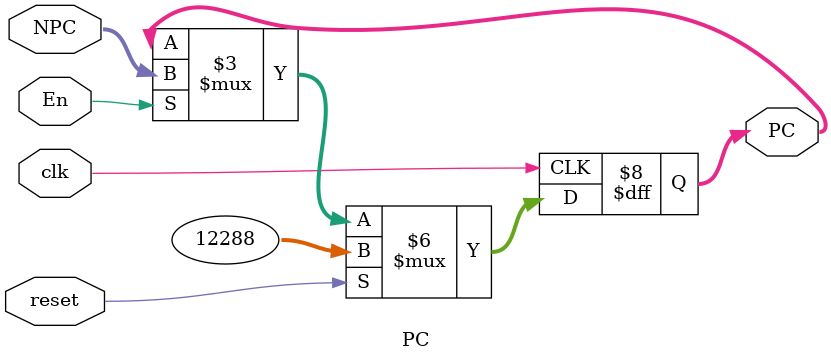
<source format=v>
`timescale 1ns / 1ps
module PC(
    input clk,
    input reset,
    input En,
    input [31:0] NPC,
    output reg [31:0] PC
    );
	initial begin
		PC <= 32'h00003000;
	end
	always @(posedge clk) begin
		if(reset) begin
			PC <= 32'h00003000;
		end
		else begin
			if(En) begin
				PC <= NPC;
			end
		end
	end

endmodule

</source>
